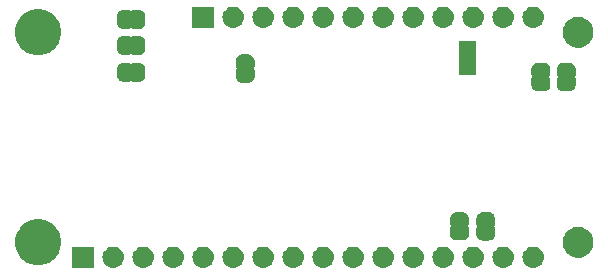
<source format=gbr>
G04 #@! TF.GenerationSoftware,KiCad,Pcbnew,(5.1.4)-1*
G04 #@! TF.CreationDate,2020-01-06T17:29:22-05:00*
G04 #@! TF.ProjectId,Feather-NEO-M9N-GPS,46656174-6865-4722-9d4e-454f2d4d394e,rev?*
G04 #@! TF.SameCoordinates,Original*
G04 #@! TF.FileFunction,Soldermask,Bot*
G04 #@! TF.FilePolarity,Negative*
%FSLAX46Y46*%
G04 Gerber Fmt 4.6, Leading zero omitted, Abs format (unit mm)*
G04 Created by KiCad (PCBNEW (5.1.4)-1) date 2020-01-06 17:29:22*
%MOMM*%
%LPD*%
G04 APERTURE LIST*
%ADD10C,0.100000*%
G04 APERTURE END LIST*
D10*
G36*
X167421560Y-78513940D02*
G01*
X167421560Y-79910940D01*
X167675560Y-79910940D01*
X167675560Y-78513940D01*
X167421560Y-78513940D01*
G37*
G36*
X173198743Y-95193719D02*
G01*
X173264927Y-95200237D01*
X173434766Y-95251757D01*
X173591291Y-95335422D01*
X173627029Y-95364752D01*
X173728486Y-95448014D01*
X173811748Y-95549471D01*
X173841078Y-95585209D01*
X173924743Y-95741734D01*
X173976263Y-95911573D01*
X173993659Y-96088200D01*
X173976263Y-96264827D01*
X173924743Y-96434666D01*
X173841078Y-96591191D01*
X173811748Y-96626929D01*
X173728486Y-96728386D01*
X173627029Y-96811648D01*
X173591291Y-96840978D01*
X173434766Y-96924643D01*
X173264927Y-96976163D01*
X173198743Y-96982681D01*
X173132560Y-96989200D01*
X173044040Y-96989200D01*
X172977857Y-96982681D01*
X172911673Y-96976163D01*
X172741834Y-96924643D01*
X172585309Y-96840978D01*
X172549571Y-96811648D01*
X172448114Y-96728386D01*
X172364852Y-96626929D01*
X172335522Y-96591191D01*
X172251857Y-96434666D01*
X172200337Y-96264827D01*
X172182941Y-96088200D01*
X172200337Y-95911573D01*
X172251857Y-95741734D01*
X172335522Y-95585209D01*
X172364852Y-95549471D01*
X172448114Y-95448014D01*
X172549571Y-95364752D01*
X172585309Y-95335422D01*
X172741834Y-95251757D01*
X172911673Y-95200237D01*
X172977857Y-95193719D01*
X173044040Y-95187200D01*
X173132560Y-95187200D01*
X173198743Y-95193719D01*
X173198743Y-95193719D01*
G37*
G36*
X152878743Y-95193719D02*
G01*
X152944927Y-95200237D01*
X153114766Y-95251757D01*
X153271291Y-95335422D01*
X153307029Y-95364752D01*
X153408486Y-95448014D01*
X153491748Y-95549471D01*
X153521078Y-95585209D01*
X153604743Y-95741734D01*
X153656263Y-95911573D01*
X153673659Y-96088200D01*
X153656263Y-96264827D01*
X153604743Y-96434666D01*
X153521078Y-96591191D01*
X153491748Y-96626929D01*
X153408486Y-96728386D01*
X153307029Y-96811648D01*
X153271291Y-96840978D01*
X153114766Y-96924643D01*
X152944927Y-96976163D01*
X152878743Y-96982681D01*
X152812560Y-96989200D01*
X152724040Y-96989200D01*
X152657857Y-96982681D01*
X152591673Y-96976163D01*
X152421834Y-96924643D01*
X152265309Y-96840978D01*
X152229571Y-96811648D01*
X152128114Y-96728386D01*
X152044852Y-96626929D01*
X152015522Y-96591191D01*
X151931857Y-96434666D01*
X151880337Y-96264827D01*
X151862941Y-96088200D01*
X151880337Y-95911573D01*
X151931857Y-95741734D01*
X152015522Y-95585209D01*
X152044852Y-95549471D01*
X152128114Y-95448014D01*
X152229571Y-95364752D01*
X152265309Y-95335422D01*
X152421834Y-95251757D01*
X152591673Y-95200237D01*
X152657857Y-95193719D01*
X152724040Y-95187200D01*
X152812560Y-95187200D01*
X152878743Y-95193719D01*
X152878743Y-95193719D01*
G37*
G36*
X135889300Y-96989200D02*
G01*
X134087300Y-96989200D01*
X134087300Y-95187200D01*
X135889300Y-95187200D01*
X135889300Y-96989200D01*
X135889300Y-96989200D01*
G37*
G36*
X137638743Y-95193719D02*
G01*
X137704927Y-95200237D01*
X137874766Y-95251757D01*
X138031291Y-95335422D01*
X138067029Y-95364752D01*
X138168486Y-95448014D01*
X138251748Y-95549471D01*
X138281078Y-95585209D01*
X138364743Y-95741734D01*
X138416263Y-95911573D01*
X138433659Y-96088200D01*
X138416263Y-96264827D01*
X138364743Y-96434666D01*
X138281078Y-96591191D01*
X138251748Y-96626929D01*
X138168486Y-96728386D01*
X138067029Y-96811648D01*
X138031291Y-96840978D01*
X137874766Y-96924643D01*
X137704927Y-96976163D01*
X137638743Y-96982681D01*
X137572560Y-96989200D01*
X137484040Y-96989200D01*
X137417857Y-96982681D01*
X137351673Y-96976163D01*
X137181834Y-96924643D01*
X137025309Y-96840978D01*
X136989571Y-96811648D01*
X136888114Y-96728386D01*
X136804852Y-96626929D01*
X136775522Y-96591191D01*
X136691857Y-96434666D01*
X136640337Y-96264827D01*
X136622941Y-96088200D01*
X136640337Y-95911573D01*
X136691857Y-95741734D01*
X136775522Y-95585209D01*
X136804852Y-95549471D01*
X136888114Y-95448014D01*
X136989571Y-95364752D01*
X137025309Y-95335422D01*
X137181834Y-95251757D01*
X137351673Y-95200237D01*
X137417857Y-95193719D01*
X137484040Y-95187200D01*
X137572560Y-95187200D01*
X137638743Y-95193719D01*
X137638743Y-95193719D01*
G37*
G36*
X140178743Y-95193719D02*
G01*
X140244927Y-95200237D01*
X140414766Y-95251757D01*
X140571291Y-95335422D01*
X140607029Y-95364752D01*
X140708486Y-95448014D01*
X140791748Y-95549471D01*
X140821078Y-95585209D01*
X140904743Y-95741734D01*
X140956263Y-95911573D01*
X140973659Y-96088200D01*
X140956263Y-96264827D01*
X140904743Y-96434666D01*
X140821078Y-96591191D01*
X140791748Y-96626929D01*
X140708486Y-96728386D01*
X140607029Y-96811648D01*
X140571291Y-96840978D01*
X140414766Y-96924643D01*
X140244927Y-96976163D01*
X140178743Y-96982681D01*
X140112560Y-96989200D01*
X140024040Y-96989200D01*
X139957857Y-96982681D01*
X139891673Y-96976163D01*
X139721834Y-96924643D01*
X139565309Y-96840978D01*
X139529571Y-96811648D01*
X139428114Y-96728386D01*
X139344852Y-96626929D01*
X139315522Y-96591191D01*
X139231857Y-96434666D01*
X139180337Y-96264827D01*
X139162941Y-96088200D01*
X139180337Y-95911573D01*
X139231857Y-95741734D01*
X139315522Y-95585209D01*
X139344852Y-95549471D01*
X139428114Y-95448014D01*
X139529571Y-95364752D01*
X139565309Y-95335422D01*
X139721834Y-95251757D01*
X139891673Y-95200237D01*
X139957857Y-95193719D01*
X140024040Y-95187200D01*
X140112560Y-95187200D01*
X140178743Y-95193719D01*
X140178743Y-95193719D01*
G37*
G36*
X142718743Y-95193719D02*
G01*
X142784927Y-95200237D01*
X142954766Y-95251757D01*
X143111291Y-95335422D01*
X143147029Y-95364752D01*
X143248486Y-95448014D01*
X143331748Y-95549471D01*
X143361078Y-95585209D01*
X143444743Y-95741734D01*
X143496263Y-95911573D01*
X143513659Y-96088200D01*
X143496263Y-96264827D01*
X143444743Y-96434666D01*
X143361078Y-96591191D01*
X143331748Y-96626929D01*
X143248486Y-96728386D01*
X143147029Y-96811648D01*
X143111291Y-96840978D01*
X142954766Y-96924643D01*
X142784927Y-96976163D01*
X142718743Y-96982681D01*
X142652560Y-96989200D01*
X142564040Y-96989200D01*
X142497857Y-96982681D01*
X142431673Y-96976163D01*
X142261834Y-96924643D01*
X142105309Y-96840978D01*
X142069571Y-96811648D01*
X141968114Y-96728386D01*
X141884852Y-96626929D01*
X141855522Y-96591191D01*
X141771857Y-96434666D01*
X141720337Y-96264827D01*
X141702941Y-96088200D01*
X141720337Y-95911573D01*
X141771857Y-95741734D01*
X141855522Y-95585209D01*
X141884852Y-95549471D01*
X141968114Y-95448014D01*
X142069571Y-95364752D01*
X142105309Y-95335422D01*
X142261834Y-95251757D01*
X142431673Y-95200237D01*
X142497857Y-95193719D01*
X142564040Y-95187200D01*
X142652560Y-95187200D01*
X142718743Y-95193719D01*
X142718743Y-95193719D01*
G37*
G36*
X145258743Y-95193719D02*
G01*
X145324927Y-95200237D01*
X145494766Y-95251757D01*
X145651291Y-95335422D01*
X145687029Y-95364752D01*
X145788486Y-95448014D01*
X145871748Y-95549471D01*
X145901078Y-95585209D01*
X145984743Y-95741734D01*
X146036263Y-95911573D01*
X146053659Y-96088200D01*
X146036263Y-96264827D01*
X145984743Y-96434666D01*
X145901078Y-96591191D01*
X145871748Y-96626929D01*
X145788486Y-96728386D01*
X145687029Y-96811648D01*
X145651291Y-96840978D01*
X145494766Y-96924643D01*
X145324927Y-96976163D01*
X145258743Y-96982681D01*
X145192560Y-96989200D01*
X145104040Y-96989200D01*
X145037857Y-96982681D01*
X144971673Y-96976163D01*
X144801834Y-96924643D01*
X144645309Y-96840978D01*
X144609571Y-96811648D01*
X144508114Y-96728386D01*
X144424852Y-96626929D01*
X144395522Y-96591191D01*
X144311857Y-96434666D01*
X144260337Y-96264827D01*
X144242941Y-96088200D01*
X144260337Y-95911573D01*
X144311857Y-95741734D01*
X144395522Y-95585209D01*
X144424852Y-95549471D01*
X144508114Y-95448014D01*
X144609571Y-95364752D01*
X144645309Y-95335422D01*
X144801834Y-95251757D01*
X144971673Y-95200237D01*
X145037857Y-95193719D01*
X145104040Y-95187200D01*
X145192560Y-95187200D01*
X145258743Y-95193719D01*
X145258743Y-95193719D01*
G37*
G36*
X147798743Y-95193719D02*
G01*
X147864927Y-95200237D01*
X148034766Y-95251757D01*
X148191291Y-95335422D01*
X148227029Y-95364752D01*
X148328486Y-95448014D01*
X148411748Y-95549471D01*
X148441078Y-95585209D01*
X148524743Y-95741734D01*
X148576263Y-95911573D01*
X148593659Y-96088200D01*
X148576263Y-96264827D01*
X148524743Y-96434666D01*
X148441078Y-96591191D01*
X148411748Y-96626929D01*
X148328486Y-96728386D01*
X148227029Y-96811648D01*
X148191291Y-96840978D01*
X148034766Y-96924643D01*
X147864927Y-96976163D01*
X147798743Y-96982681D01*
X147732560Y-96989200D01*
X147644040Y-96989200D01*
X147577857Y-96982681D01*
X147511673Y-96976163D01*
X147341834Y-96924643D01*
X147185309Y-96840978D01*
X147149571Y-96811648D01*
X147048114Y-96728386D01*
X146964852Y-96626929D01*
X146935522Y-96591191D01*
X146851857Y-96434666D01*
X146800337Y-96264827D01*
X146782941Y-96088200D01*
X146800337Y-95911573D01*
X146851857Y-95741734D01*
X146935522Y-95585209D01*
X146964852Y-95549471D01*
X147048114Y-95448014D01*
X147149571Y-95364752D01*
X147185309Y-95335422D01*
X147341834Y-95251757D01*
X147511673Y-95200237D01*
X147577857Y-95193719D01*
X147644040Y-95187200D01*
X147732560Y-95187200D01*
X147798743Y-95193719D01*
X147798743Y-95193719D01*
G37*
G36*
X150338743Y-95193719D02*
G01*
X150404927Y-95200237D01*
X150574766Y-95251757D01*
X150731291Y-95335422D01*
X150767029Y-95364752D01*
X150868486Y-95448014D01*
X150951748Y-95549471D01*
X150981078Y-95585209D01*
X151064743Y-95741734D01*
X151116263Y-95911573D01*
X151133659Y-96088200D01*
X151116263Y-96264827D01*
X151064743Y-96434666D01*
X150981078Y-96591191D01*
X150951748Y-96626929D01*
X150868486Y-96728386D01*
X150767029Y-96811648D01*
X150731291Y-96840978D01*
X150574766Y-96924643D01*
X150404927Y-96976163D01*
X150338743Y-96982681D01*
X150272560Y-96989200D01*
X150184040Y-96989200D01*
X150117857Y-96982681D01*
X150051673Y-96976163D01*
X149881834Y-96924643D01*
X149725309Y-96840978D01*
X149689571Y-96811648D01*
X149588114Y-96728386D01*
X149504852Y-96626929D01*
X149475522Y-96591191D01*
X149391857Y-96434666D01*
X149340337Y-96264827D01*
X149322941Y-96088200D01*
X149340337Y-95911573D01*
X149391857Y-95741734D01*
X149475522Y-95585209D01*
X149504852Y-95549471D01*
X149588114Y-95448014D01*
X149689571Y-95364752D01*
X149725309Y-95335422D01*
X149881834Y-95251757D01*
X150051673Y-95200237D01*
X150117857Y-95193719D01*
X150184040Y-95187200D01*
X150272560Y-95187200D01*
X150338743Y-95193719D01*
X150338743Y-95193719D01*
G37*
G36*
X157958743Y-95193719D02*
G01*
X158024927Y-95200237D01*
X158194766Y-95251757D01*
X158351291Y-95335422D01*
X158387029Y-95364752D01*
X158488486Y-95448014D01*
X158571748Y-95549471D01*
X158601078Y-95585209D01*
X158684743Y-95741734D01*
X158736263Y-95911573D01*
X158753659Y-96088200D01*
X158736263Y-96264827D01*
X158684743Y-96434666D01*
X158601078Y-96591191D01*
X158571748Y-96626929D01*
X158488486Y-96728386D01*
X158387029Y-96811648D01*
X158351291Y-96840978D01*
X158194766Y-96924643D01*
X158024927Y-96976163D01*
X157958743Y-96982681D01*
X157892560Y-96989200D01*
X157804040Y-96989200D01*
X157737857Y-96982681D01*
X157671673Y-96976163D01*
X157501834Y-96924643D01*
X157345309Y-96840978D01*
X157309571Y-96811648D01*
X157208114Y-96728386D01*
X157124852Y-96626929D01*
X157095522Y-96591191D01*
X157011857Y-96434666D01*
X156960337Y-96264827D01*
X156942941Y-96088200D01*
X156960337Y-95911573D01*
X157011857Y-95741734D01*
X157095522Y-95585209D01*
X157124852Y-95549471D01*
X157208114Y-95448014D01*
X157309571Y-95364752D01*
X157345309Y-95335422D01*
X157501834Y-95251757D01*
X157671673Y-95200237D01*
X157737857Y-95193719D01*
X157804040Y-95187200D01*
X157892560Y-95187200D01*
X157958743Y-95193719D01*
X157958743Y-95193719D01*
G37*
G36*
X160498743Y-95193719D02*
G01*
X160564927Y-95200237D01*
X160734766Y-95251757D01*
X160891291Y-95335422D01*
X160927029Y-95364752D01*
X161028486Y-95448014D01*
X161111748Y-95549471D01*
X161141078Y-95585209D01*
X161224743Y-95741734D01*
X161276263Y-95911573D01*
X161293659Y-96088200D01*
X161276263Y-96264827D01*
X161224743Y-96434666D01*
X161141078Y-96591191D01*
X161111748Y-96626929D01*
X161028486Y-96728386D01*
X160927029Y-96811648D01*
X160891291Y-96840978D01*
X160734766Y-96924643D01*
X160564927Y-96976163D01*
X160498743Y-96982681D01*
X160432560Y-96989200D01*
X160344040Y-96989200D01*
X160277857Y-96982681D01*
X160211673Y-96976163D01*
X160041834Y-96924643D01*
X159885309Y-96840978D01*
X159849571Y-96811648D01*
X159748114Y-96728386D01*
X159664852Y-96626929D01*
X159635522Y-96591191D01*
X159551857Y-96434666D01*
X159500337Y-96264827D01*
X159482941Y-96088200D01*
X159500337Y-95911573D01*
X159551857Y-95741734D01*
X159635522Y-95585209D01*
X159664852Y-95549471D01*
X159748114Y-95448014D01*
X159849571Y-95364752D01*
X159885309Y-95335422D01*
X160041834Y-95251757D01*
X160211673Y-95200237D01*
X160277857Y-95193719D01*
X160344040Y-95187200D01*
X160432560Y-95187200D01*
X160498743Y-95193719D01*
X160498743Y-95193719D01*
G37*
G36*
X163038743Y-95193719D02*
G01*
X163104927Y-95200237D01*
X163274766Y-95251757D01*
X163431291Y-95335422D01*
X163467029Y-95364752D01*
X163568486Y-95448014D01*
X163651748Y-95549471D01*
X163681078Y-95585209D01*
X163764743Y-95741734D01*
X163816263Y-95911573D01*
X163833659Y-96088200D01*
X163816263Y-96264827D01*
X163764743Y-96434666D01*
X163681078Y-96591191D01*
X163651748Y-96626929D01*
X163568486Y-96728386D01*
X163467029Y-96811648D01*
X163431291Y-96840978D01*
X163274766Y-96924643D01*
X163104927Y-96976163D01*
X163038743Y-96982681D01*
X162972560Y-96989200D01*
X162884040Y-96989200D01*
X162817857Y-96982681D01*
X162751673Y-96976163D01*
X162581834Y-96924643D01*
X162425309Y-96840978D01*
X162389571Y-96811648D01*
X162288114Y-96728386D01*
X162204852Y-96626929D01*
X162175522Y-96591191D01*
X162091857Y-96434666D01*
X162040337Y-96264827D01*
X162022941Y-96088200D01*
X162040337Y-95911573D01*
X162091857Y-95741734D01*
X162175522Y-95585209D01*
X162204852Y-95549471D01*
X162288114Y-95448014D01*
X162389571Y-95364752D01*
X162425309Y-95335422D01*
X162581834Y-95251757D01*
X162751673Y-95200237D01*
X162817857Y-95193719D01*
X162884040Y-95187200D01*
X162972560Y-95187200D01*
X163038743Y-95193719D01*
X163038743Y-95193719D01*
G37*
G36*
X165578743Y-95193719D02*
G01*
X165644927Y-95200237D01*
X165814766Y-95251757D01*
X165971291Y-95335422D01*
X166007029Y-95364752D01*
X166108486Y-95448014D01*
X166191748Y-95549471D01*
X166221078Y-95585209D01*
X166304743Y-95741734D01*
X166356263Y-95911573D01*
X166373659Y-96088200D01*
X166356263Y-96264827D01*
X166304743Y-96434666D01*
X166221078Y-96591191D01*
X166191748Y-96626929D01*
X166108486Y-96728386D01*
X166007029Y-96811648D01*
X165971291Y-96840978D01*
X165814766Y-96924643D01*
X165644927Y-96976163D01*
X165578743Y-96982681D01*
X165512560Y-96989200D01*
X165424040Y-96989200D01*
X165357857Y-96982681D01*
X165291673Y-96976163D01*
X165121834Y-96924643D01*
X164965309Y-96840978D01*
X164929571Y-96811648D01*
X164828114Y-96728386D01*
X164744852Y-96626929D01*
X164715522Y-96591191D01*
X164631857Y-96434666D01*
X164580337Y-96264827D01*
X164562941Y-96088200D01*
X164580337Y-95911573D01*
X164631857Y-95741734D01*
X164715522Y-95585209D01*
X164744852Y-95549471D01*
X164828114Y-95448014D01*
X164929571Y-95364752D01*
X164965309Y-95335422D01*
X165121834Y-95251757D01*
X165291673Y-95200237D01*
X165357857Y-95193719D01*
X165424040Y-95187200D01*
X165512560Y-95187200D01*
X165578743Y-95193719D01*
X165578743Y-95193719D01*
G37*
G36*
X168118743Y-95193719D02*
G01*
X168184927Y-95200237D01*
X168354766Y-95251757D01*
X168511291Y-95335422D01*
X168547029Y-95364752D01*
X168648486Y-95448014D01*
X168731748Y-95549471D01*
X168761078Y-95585209D01*
X168844743Y-95741734D01*
X168896263Y-95911573D01*
X168913659Y-96088200D01*
X168896263Y-96264827D01*
X168844743Y-96434666D01*
X168761078Y-96591191D01*
X168731748Y-96626929D01*
X168648486Y-96728386D01*
X168547029Y-96811648D01*
X168511291Y-96840978D01*
X168354766Y-96924643D01*
X168184927Y-96976163D01*
X168118743Y-96982681D01*
X168052560Y-96989200D01*
X167964040Y-96989200D01*
X167897857Y-96982681D01*
X167831673Y-96976163D01*
X167661834Y-96924643D01*
X167505309Y-96840978D01*
X167469571Y-96811648D01*
X167368114Y-96728386D01*
X167284852Y-96626929D01*
X167255522Y-96591191D01*
X167171857Y-96434666D01*
X167120337Y-96264827D01*
X167102941Y-96088200D01*
X167120337Y-95911573D01*
X167171857Y-95741734D01*
X167255522Y-95585209D01*
X167284852Y-95549471D01*
X167368114Y-95448014D01*
X167469571Y-95364752D01*
X167505309Y-95335422D01*
X167661834Y-95251757D01*
X167831673Y-95200237D01*
X167897857Y-95193719D01*
X167964040Y-95187200D01*
X168052560Y-95187200D01*
X168118743Y-95193719D01*
X168118743Y-95193719D01*
G37*
G36*
X170658743Y-95193719D02*
G01*
X170724927Y-95200237D01*
X170894766Y-95251757D01*
X171051291Y-95335422D01*
X171087029Y-95364752D01*
X171188486Y-95448014D01*
X171271748Y-95549471D01*
X171301078Y-95585209D01*
X171384743Y-95741734D01*
X171436263Y-95911573D01*
X171453659Y-96088200D01*
X171436263Y-96264827D01*
X171384743Y-96434666D01*
X171301078Y-96591191D01*
X171271748Y-96626929D01*
X171188486Y-96728386D01*
X171087029Y-96811648D01*
X171051291Y-96840978D01*
X170894766Y-96924643D01*
X170724927Y-96976163D01*
X170658743Y-96982681D01*
X170592560Y-96989200D01*
X170504040Y-96989200D01*
X170437857Y-96982681D01*
X170371673Y-96976163D01*
X170201834Y-96924643D01*
X170045309Y-96840978D01*
X170009571Y-96811648D01*
X169908114Y-96728386D01*
X169824852Y-96626929D01*
X169795522Y-96591191D01*
X169711857Y-96434666D01*
X169660337Y-96264827D01*
X169642941Y-96088200D01*
X169660337Y-95911573D01*
X169711857Y-95741734D01*
X169795522Y-95585209D01*
X169824852Y-95549471D01*
X169908114Y-95448014D01*
X170009571Y-95364752D01*
X170045309Y-95335422D01*
X170201834Y-95251757D01*
X170371673Y-95200237D01*
X170437857Y-95193719D01*
X170504040Y-95187200D01*
X170592560Y-95187200D01*
X170658743Y-95193719D01*
X170658743Y-95193719D01*
G37*
G36*
X155418743Y-95193719D02*
G01*
X155484927Y-95200237D01*
X155654766Y-95251757D01*
X155811291Y-95335422D01*
X155847029Y-95364752D01*
X155948486Y-95448014D01*
X156031748Y-95549471D01*
X156061078Y-95585209D01*
X156144743Y-95741734D01*
X156196263Y-95911573D01*
X156213659Y-96088200D01*
X156196263Y-96264827D01*
X156144743Y-96434666D01*
X156061078Y-96591191D01*
X156031748Y-96626929D01*
X155948486Y-96728386D01*
X155847029Y-96811648D01*
X155811291Y-96840978D01*
X155654766Y-96924643D01*
X155484927Y-96976163D01*
X155418743Y-96982681D01*
X155352560Y-96989200D01*
X155264040Y-96989200D01*
X155197857Y-96982681D01*
X155131673Y-96976163D01*
X154961834Y-96924643D01*
X154805309Y-96840978D01*
X154769571Y-96811648D01*
X154668114Y-96728386D01*
X154584852Y-96626929D01*
X154555522Y-96591191D01*
X154471857Y-96434666D01*
X154420337Y-96264827D01*
X154402941Y-96088200D01*
X154420337Y-95911573D01*
X154471857Y-95741734D01*
X154555522Y-95585209D01*
X154584852Y-95549471D01*
X154668114Y-95448014D01*
X154769571Y-95364752D01*
X154805309Y-95335422D01*
X154961834Y-95251757D01*
X155131673Y-95200237D01*
X155197857Y-95193719D01*
X155264040Y-95187200D01*
X155352560Y-95187200D01*
X155418743Y-95193719D01*
X155418743Y-95193719D01*
G37*
G36*
X131747385Y-92942175D02*
G01*
X132102443Y-93089245D01*
X132102445Y-93089246D01*
X132421990Y-93302759D01*
X132693741Y-93574510D01*
X132754384Y-93665269D01*
X132907255Y-93894057D01*
X133054325Y-94249115D01*
X133129300Y-94626042D01*
X133129300Y-95010358D01*
X133054325Y-95387285D01*
X132972342Y-95585209D01*
X132907254Y-95742345D01*
X132693741Y-96061890D01*
X132421990Y-96333641D01*
X132102445Y-96547154D01*
X132102444Y-96547155D01*
X132102443Y-96547155D01*
X131747385Y-96694225D01*
X131370458Y-96769200D01*
X130986142Y-96769200D01*
X130609215Y-96694225D01*
X130254157Y-96547155D01*
X130254156Y-96547155D01*
X130254155Y-96547154D01*
X129934610Y-96333641D01*
X129662859Y-96061890D01*
X129449346Y-95742345D01*
X129384258Y-95585209D01*
X129302275Y-95387285D01*
X129227300Y-95010358D01*
X129227300Y-94626042D01*
X129302275Y-94249115D01*
X129449345Y-93894057D01*
X129602216Y-93665269D01*
X129662859Y-93574510D01*
X129934610Y-93302759D01*
X130254155Y-93089246D01*
X130254157Y-93089245D01*
X130609215Y-92942175D01*
X130986142Y-92867200D01*
X131370458Y-92867200D01*
X131747385Y-92942175D01*
X131747385Y-92942175D01*
G37*
G36*
X177277787Y-93567196D02*
G01*
X177514553Y-93665268D01*
X177514555Y-93665269D01*
X177727639Y-93807647D01*
X177908853Y-93988861D01*
X178041345Y-94187149D01*
X178051232Y-94201947D01*
X178149304Y-94438713D01*
X178199300Y-94690061D01*
X178199300Y-94946339D01*
X178149304Y-95197687D01*
X178070769Y-95387286D01*
X178051231Y-95434455D01*
X177908853Y-95647539D01*
X177727639Y-95828753D01*
X177514555Y-95971131D01*
X177514554Y-95971132D01*
X177514553Y-95971132D01*
X177277787Y-96069204D01*
X177026439Y-96119200D01*
X176770161Y-96119200D01*
X176518813Y-96069204D01*
X176282047Y-95971132D01*
X176282046Y-95971132D01*
X176282045Y-95971131D01*
X176068961Y-95828753D01*
X175887747Y-95647539D01*
X175745369Y-95434455D01*
X175725831Y-95387286D01*
X175647296Y-95197687D01*
X175597300Y-94946339D01*
X175597300Y-94690061D01*
X175647296Y-94438713D01*
X175745368Y-94201947D01*
X175755256Y-94187149D01*
X175887747Y-93988861D01*
X176068961Y-93807647D01*
X176282045Y-93665269D01*
X176282047Y-93665268D01*
X176518813Y-93567196D01*
X176770161Y-93517200D01*
X177026439Y-93517200D01*
X177277787Y-93567196D01*
X177277787Y-93567196D01*
G37*
G36*
X169337299Y-92277034D02*
G01*
X169349550Y-92277636D01*
X169367969Y-92277636D01*
X169390249Y-92279830D01*
X169474333Y-92296556D01*
X169495760Y-92303056D01*
X169574958Y-92335860D01*
X169580403Y-92338771D01*
X169580409Y-92338773D01*
X169589269Y-92343509D01*
X169589273Y-92343512D01*
X169594714Y-92346420D01*
X169665999Y-92394051D01*
X169683304Y-92408252D01*
X169743928Y-92468876D01*
X169758129Y-92486181D01*
X169805760Y-92557466D01*
X169808668Y-92562907D01*
X169808671Y-92562911D01*
X169813407Y-92571771D01*
X169813409Y-92571777D01*
X169816320Y-92577222D01*
X169849124Y-92656420D01*
X169855624Y-92677847D01*
X169872350Y-92761931D01*
X169874544Y-92784211D01*
X169874544Y-92802630D01*
X169875146Y-92814881D01*
X169876952Y-92833219D01*
X169876952Y-93320940D01*
X169875363Y-93337079D01*
X169872448Y-93346688D01*
X169867710Y-93355552D01*
X169861337Y-93363317D01*
X169848894Y-93373528D01*
X169838525Y-93380458D01*
X169821198Y-93397785D01*
X169807585Y-93418160D01*
X169798209Y-93440800D01*
X169793429Y-93464833D01*
X169793430Y-93489337D01*
X169798212Y-93513370D01*
X169807590Y-93536009D01*
X169821205Y-93556382D01*
X169838532Y-93573709D01*
X169848902Y-93580638D01*
X169861337Y-93590843D01*
X169867710Y-93598608D01*
X169872448Y-93607472D01*
X169875363Y-93617081D01*
X169876952Y-93633220D01*
X169876952Y-94120942D01*
X169875146Y-94139279D01*
X169874544Y-94151530D01*
X169874544Y-94169949D01*
X169872350Y-94192229D01*
X169855624Y-94276313D01*
X169849124Y-94297740D01*
X169816320Y-94376938D01*
X169813409Y-94382383D01*
X169813407Y-94382389D01*
X169808671Y-94391249D01*
X169808668Y-94391253D01*
X169805760Y-94396694D01*
X169758129Y-94467979D01*
X169743928Y-94485284D01*
X169683304Y-94545908D01*
X169665999Y-94560109D01*
X169594714Y-94607740D01*
X169589273Y-94610648D01*
X169589269Y-94610651D01*
X169580409Y-94615387D01*
X169580403Y-94615389D01*
X169574958Y-94618300D01*
X169495760Y-94651104D01*
X169474333Y-94657604D01*
X169390249Y-94674330D01*
X169367969Y-94676524D01*
X169349550Y-94676524D01*
X169337299Y-94677126D01*
X169318962Y-94678932D01*
X168831238Y-94678932D01*
X168812901Y-94677126D01*
X168800650Y-94676524D01*
X168782231Y-94676524D01*
X168759951Y-94674330D01*
X168675867Y-94657604D01*
X168654440Y-94651104D01*
X168575242Y-94618300D01*
X168569797Y-94615389D01*
X168569791Y-94615387D01*
X168560931Y-94610651D01*
X168560927Y-94610648D01*
X168555486Y-94607740D01*
X168484201Y-94560109D01*
X168466896Y-94545908D01*
X168406272Y-94485284D01*
X168392071Y-94467979D01*
X168344440Y-94396694D01*
X168341532Y-94391253D01*
X168341529Y-94391249D01*
X168336793Y-94382389D01*
X168336791Y-94382383D01*
X168333880Y-94376938D01*
X168301076Y-94297740D01*
X168294576Y-94276313D01*
X168277850Y-94192229D01*
X168275656Y-94169949D01*
X168275656Y-94151530D01*
X168275054Y-94139279D01*
X168273248Y-94120942D01*
X168273248Y-93633220D01*
X168274837Y-93617081D01*
X168277752Y-93607472D01*
X168282490Y-93598608D01*
X168288863Y-93590843D01*
X168301306Y-93580632D01*
X168311675Y-93573702D01*
X168329002Y-93556375D01*
X168342615Y-93536000D01*
X168351991Y-93513360D01*
X168356771Y-93489327D01*
X168356770Y-93464823D01*
X168351988Y-93440790D01*
X168342610Y-93418151D01*
X168328995Y-93397778D01*
X168311668Y-93380451D01*
X168301298Y-93373522D01*
X168288863Y-93363317D01*
X168282490Y-93355552D01*
X168277752Y-93346688D01*
X168274837Y-93337079D01*
X168273248Y-93320940D01*
X168273248Y-92833219D01*
X168275054Y-92814881D01*
X168275656Y-92802630D01*
X168275656Y-92784211D01*
X168277850Y-92761931D01*
X168294576Y-92677847D01*
X168301076Y-92656420D01*
X168333880Y-92577222D01*
X168336791Y-92571777D01*
X168336793Y-92571771D01*
X168341529Y-92562911D01*
X168341532Y-92562907D01*
X168344440Y-92557466D01*
X168392071Y-92486181D01*
X168406272Y-92468876D01*
X168466896Y-92408252D01*
X168484201Y-92394051D01*
X168555486Y-92346420D01*
X168560927Y-92343512D01*
X168560931Y-92343509D01*
X168569791Y-92338773D01*
X168569797Y-92338771D01*
X168575242Y-92335860D01*
X168654440Y-92303056D01*
X168675867Y-92296556D01*
X168759951Y-92279830D01*
X168782231Y-92277636D01*
X168800650Y-92277636D01*
X168812901Y-92277034D01*
X168831239Y-92275228D01*
X169318961Y-92275228D01*
X169337299Y-92277034D01*
X169337299Y-92277034D01*
G37*
G36*
X167117339Y-92271954D02*
G01*
X167129590Y-92272556D01*
X167148009Y-92272556D01*
X167170289Y-92274750D01*
X167254373Y-92291476D01*
X167275800Y-92297976D01*
X167354998Y-92330780D01*
X167360443Y-92333691D01*
X167360449Y-92333693D01*
X167369309Y-92338429D01*
X167369313Y-92338432D01*
X167374754Y-92341340D01*
X167446039Y-92388971D01*
X167463344Y-92403172D01*
X167523968Y-92463796D01*
X167538169Y-92481101D01*
X167585800Y-92552386D01*
X167588708Y-92557827D01*
X167588711Y-92557831D01*
X167593447Y-92566691D01*
X167593449Y-92566697D01*
X167596360Y-92572142D01*
X167629164Y-92651340D01*
X167635664Y-92672767D01*
X167652390Y-92756851D01*
X167654584Y-92779131D01*
X167654584Y-92797550D01*
X167655186Y-92809801D01*
X167656992Y-92828139D01*
X167656992Y-93315860D01*
X167655403Y-93331999D01*
X167652488Y-93341608D01*
X167647750Y-93350472D01*
X167641377Y-93358237D01*
X167628934Y-93368448D01*
X167618565Y-93375378D01*
X167601238Y-93392705D01*
X167587625Y-93413080D01*
X167578249Y-93435720D01*
X167573469Y-93459753D01*
X167573470Y-93484257D01*
X167578252Y-93508290D01*
X167587630Y-93530929D01*
X167601245Y-93551302D01*
X167618572Y-93568629D01*
X167628942Y-93575558D01*
X167641377Y-93585763D01*
X167647750Y-93593528D01*
X167652488Y-93602392D01*
X167655403Y-93612001D01*
X167656992Y-93628140D01*
X167656992Y-94115862D01*
X167655186Y-94134199D01*
X167654584Y-94146450D01*
X167654584Y-94164869D01*
X167652390Y-94187149D01*
X167635664Y-94271233D01*
X167629164Y-94292660D01*
X167596360Y-94371858D01*
X167593449Y-94377303D01*
X167593447Y-94377309D01*
X167588711Y-94386169D01*
X167588708Y-94386173D01*
X167585800Y-94391614D01*
X167538169Y-94462899D01*
X167523968Y-94480204D01*
X167463344Y-94540828D01*
X167446039Y-94555029D01*
X167374754Y-94602660D01*
X167369313Y-94605568D01*
X167369309Y-94605571D01*
X167360449Y-94610307D01*
X167360443Y-94610309D01*
X167354998Y-94613220D01*
X167275800Y-94646024D01*
X167254373Y-94652524D01*
X167170289Y-94669250D01*
X167148009Y-94671444D01*
X167129590Y-94671444D01*
X167117339Y-94672046D01*
X167099002Y-94673852D01*
X166611278Y-94673852D01*
X166592941Y-94672046D01*
X166580690Y-94671444D01*
X166562271Y-94671444D01*
X166539991Y-94669250D01*
X166455907Y-94652524D01*
X166434480Y-94646024D01*
X166355282Y-94613220D01*
X166349837Y-94610309D01*
X166349831Y-94610307D01*
X166340971Y-94605571D01*
X166340967Y-94605568D01*
X166335526Y-94602660D01*
X166264241Y-94555029D01*
X166246936Y-94540828D01*
X166186312Y-94480204D01*
X166172111Y-94462899D01*
X166124480Y-94391614D01*
X166121572Y-94386173D01*
X166121569Y-94386169D01*
X166116833Y-94377309D01*
X166116831Y-94377303D01*
X166113920Y-94371858D01*
X166081116Y-94292660D01*
X166074616Y-94271233D01*
X166057890Y-94187149D01*
X166055696Y-94164869D01*
X166055696Y-94146450D01*
X166055094Y-94134199D01*
X166053288Y-94115862D01*
X166053288Y-93628140D01*
X166054877Y-93612001D01*
X166057792Y-93602392D01*
X166062530Y-93593528D01*
X166068903Y-93585763D01*
X166081346Y-93575552D01*
X166091715Y-93568622D01*
X166109042Y-93551295D01*
X166122655Y-93530920D01*
X166132031Y-93508280D01*
X166136811Y-93484247D01*
X166136810Y-93459743D01*
X166132028Y-93435710D01*
X166122650Y-93413071D01*
X166109035Y-93392698D01*
X166091708Y-93375371D01*
X166081338Y-93368442D01*
X166068903Y-93358237D01*
X166062530Y-93350472D01*
X166057792Y-93341608D01*
X166054877Y-93331999D01*
X166053288Y-93315860D01*
X166053288Y-92828139D01*
X166055094Y-92809801D01*
X166055696Y-92797550D01*
X166055696Y-92779131D01*
X166057890Y-92756851D01*
X166074616Y-92672767D01*
X166081116Y-92651340D01*
X166113920Y-92572142D01*
X166116831Y-92566697D01*
X166116833Y-92566691D01*
X166121569Y-92557831D01*
X166121572Y-92557827D01*
X166124480Y-92552386D01*
X166172111Y-92481101D01*
X166186312Y-92463796D01*
X166246936Y-92403172D01*
X166264241Y-92388971D01*
X166335526Y-92341340D01*
X166340967Y-92338432D01*
X166340971Y-92338429D01*
X166349831Y-92333693D01*
X166349837Y-92333691D01*
X166355282Y-92330780D01*
X166434480Y-92297976D01*
X166455907Y-92291476D01*
X166539991Y-92274750D01*
X166562271Y-92272556D01*
X166580690Y-92272556D01*
X166592941Y-92271954D01*
X166611279Y-92270148D01*
X167099001Y-92270148D01*
X167117339Y-92271954D01*
X167117339Y-92271954D01*
G37*
G36*
X176157199Y-79622754D02*
G01*
X176169450Y-79623356D01*
X176187869Y-79623356D01*
X176210149Y-79625550D01*
X176294233Y-79642276D01*
X176315660Y-79648776D01*
X176394858Y-79681580D01*
X176400303Y-79684491D01*
X176400309Y-79684493D01*
X176409169Y-79689229D01*
X176409173Y-79689232D01*
X176414614Y-79692140D01*
X176485899Y-79739771D01*
X176503204Y-79753972D01*
X176563828Y-79814596D01*
X176578029Y-79831901D01*
X176625660Y-79903186D01*
X176628568Y-79908627D01*
X176628571Y-79908631D01*
X176633307Y-79917491D01*
X176633309Y-79917497D01*
X176636220Y-79922942D01*
X176669024Y-80002140D01*
X176675524Y-80023567D01*
X176692250Y-80107651D01*
X176694444Y-80129931D01*
X176694444Y-80148350D01*
X176695046Y-80160601D01*
X176696852Y-80178939D01*
X176696852Y-80666660D01*
X176695263Y-80682799D01*
X176692348Y-80692408D01*
X176687610Y-80701272D01*
X176681237Y-80709037D01*
X176668794Y-80719248D01*
X176658425Y-80726178D01*
X176641098Y-80743505D01*
X176627485Y-80763880D01*
X176618109Y-80786520D01*
X176613329Y-80810553D01*
X176613330Y-80835057D01*
X176618112Y-80859090D01*
X176627490Y-80881729D01*
X176641105Y-80902102D01*
X176658432Y-80919429D01*
X176668802Y-80926358D01*
X176681237Y-80936563D01*
X176687610Y-80944328D01*
X176692348Y-80953192D01*
X176695263Y-80962801D01*
X176696852Y-80978940D01*
X176696852Y-81466662D01*
X176695046Y-81484999D01*
X176694444Y-81497250D01*
X176694444Y-81515669D01*
X176692250Y-81537949D01*
X176675524Y-81622033D01*
X176669024Y-81643460D01*
X176636220Y-81722658D01*
X176633309Y-81728103D01*
X176633307Y-81728109D01*
X176628571Y-81736969D01*
X176628568Y-81736973D01*
X176625660Y-81742414D01*
X176578029Y-81813699D01*
X176563828Y-81831004D01*
X176503204Y-81891628D01*
X176485899Y-81905829D01*
X176414614Y-81953460D01*
X176409173Y-81956368D01*
X176409169Y-81956371D01*
X176400309Y-81961107D01*
X176400303Y-81961109D01*
X176394858Y-81964020D01*
X176315660Y-81996824D01*
X176294233Y-82003324D01*
X176210149Y-82020050D01*
X176187869Y-82022244D01*
X176169450Y-82022244D01*
X176157199Y-82022846D01*
X176138862Y-82024652D01*
X175651138Y-82024652D01*
X175632801Y-82022846D01*
X175620550Y-82022244D01*
X175602131Y-82022244D01*
X175579851Y-82020050D01*
X175495767Y-82003324D01*
X175474340Y-81996824D01*
X175395142Y-81964020D01*
X175389697Y-81961109D01*
X175389691Y-81961107D01*
X175380831Y-81956371D01*
X175380827Y-81956368D01*
X175375386Y-81953460D01*
X175304101Y-81905829D01*
X175286796Y-81891628D01*
X175226172Y-81831004D01*
X175211971Y-81813699D01*
X175164340Y-81742414D01*
X175161432Y-81736973D01*
X175161429Y-81736969D01*
X175156693Y-81728109D01*
X175156691Y-81728103D01*
X175153780Y-81722658D01*
X175120976Y-81643460D01*
X175114476Y-81622033D01*
X175097750Y-81537949D01*
X175095556Y-81515669D01*
X175095556Y-81497250D01*
X175094954Y-81484999D01*
X175093148Y-81466662D01*
X175093148Y-80978940D01*
X175094737Y-80962801D01*
X175097652Y-80953192D01*
X175102390Y-80944328D01*
X175108763Y-80936563D01*
X175121206Y-80926352D01*
X175131575Y-80919422D01*
X175148902Y-80902095D01*
X175162515Y-80881720D01*
X175171891Y-80859080D01*
X175176671Y-80835047D01*
X175176670Y-80810543D01*
X175171888Y-80786510D01*
X175162510Y-80763871D01*
X175148895Y-80743498D01*
X175131568Y-80726171D01*
X175121198Y-80719242D01*
X175108763Y-80709037D01*
X175102390Y-80701272D01*
X175097652Y-80692408D01*
X175094737Y-80682799D01*
X175093148Y-80666660D01*
X175093148Y-80178939D01*
X175094954Y-80160601D01*
X175095556Y-80148350D01*
X175095556Y-80129931D01*
X175097750Y-80107651D01*
X175114476Y-80023567D01*
X175120976Y-80002140D01*
X175153780Y-79922942D01*
X175156691Y-79917497D01*
X175156693Y-79917491D01*
X175161429Y-79908631D01*
X175161432Y-79908627D01*
X175164340Y-79903186D01*
X175211971Y-79831901D01*
X175226172Y-79814596D01*
X175286796Y-79753972D01*
X175304101Y-79739771D01*
X175375386Y-79692140D01*
X175380827Y-79689232D01*
X175380831Y-79689229D01*
X175389691Y-79684493D01*
X175389697Y-79684491D01*
X175395142Y-79681580D01*
X175474340Y-79648776D01*
X175495767Y-79642276D01*
X175579851Y-79625550D01*
X175602131Y-79623356D01*
X175620550Y-79623356D01*
X175632801Y-79622754D01*
X175651139Y-79620948D01*
X176138861Y-79620948D01*
X176157199Y-79622754D01*
X176157199Y-79622754D01*
G37*
G36*
X174008359Y-79622754D02*
G01*
X174020610Y-79623356D01*
X174039029Y-79623356D01*
X174061309Y-79625550D01*
X174145393Y-79642276D01*
X174166820Y-79648776D01*
X174246018Y-79681580D01*
X174251463Y-79684491D01*
X174251469Y-79684493D01*
X174260329Y-79689229D01*
X174260333Y-79689232D01*
X174265774Y-79692140D01*
X174337059Y-79739771D01*
X174354364Y-79753972D01*
X174414988Y-79814596D01*
X174429189Y-79831901D01*
X174476820Y-79903186D01*
X174479728Y-79908627D01*
X174479731Y-79908631D01*
X174484467Y-79917491D01*
X174484469Y-79917497D01*
X174487380Y-79922942D01*
X174520184Y-80002140D01*
X174526684Y-80023567D01*
X174543410Y-80107651D01*
X174545604Y-80129931D01*
X174545604Y-80148350D01*
X174546206Y-80160601D01*
X174548012Y-80178939D01*
X174548012Y-80666660D01*
X174546423Y-80682799D01*
X174543508Y-80692408D01*
X174538770Y-80701272D01*
X174532397Y-80709037D01*
X174519954Y-80719248D01*
X174509585Y-80726178D01*
X174492258Y-80743505D01*
X174478645Y-80763880D01*
X174469269Y-80786520D01*
X174464489Y-80810553D01*
X174464490Y-80835057D01*
X174469272Y-80859090D01*
X174478650Y-80881729D01*
X174492265Y-80902102D01*
X174509592Y-80919429D01*
X174519962Y-80926358D01*
X174532397Y-80936563D01*
X174538770Y-80944328D01*
X174543508Y-80953192D01*
X174546423Y-80962801D01*
X174548012Y-80978940D01*
X174548012Y-81466662D01*
X174546206Y-81484999D01*
X174545604Y-81497250D01*
X174545604Y-81515669D01*
X174543410Y-81537949D01*
X174526684Y-81622033D01*
X174520184Y-81643460D01*
X174487380Y-81722658D01*
X174484469Y-81728103D01*
X174484467Y-81728109D01*
X174479731Y-81736969D01*
X174479728Y-81736973D01*
X174476820Y-81742414D01*
X174429189Y-81813699D01*
X174414988Y-81831004D01*
X174354364Y-81891628D01*
X174337059Y-81905829D01*
X174265774Y-81953460D01*
X174260333Y-81956368D01*
X174260329Y-81956371D01*
X174251469Y-81961107D01*
X174251463Y-81961109D01*
X174246018Y-81964020D01*
X174166820Y-81996824D01*
X174145393Y-82003324D01*
X174061309Y-82020050D01*
X174039029Y-82022244D01*
X174020610Y-82022244D01*
X174008359Y-82022846D01*
X173990022Y-82024652D01*
X173502298Y-82024652D01*
X173483961Y-82022846D01*
X173471710Y-82022244D01*
X173453291Y-82022244D01*
X173431011Y-82020050D01*
X173346927Y-82003324D01*
X173325500Y-81996824D01*
X173246302Y-81964020D01*
X173240857Y-81961109D01*
X173240851Y-81961107D01*
X173231991Y-81956371D01*
X173231987Y-81956368D01*
X173226546Y-81953460D01*
X173155261Y-81905829D01*
X173137956Y-81891628D01*
X173077332Y-81831004D01*
X173063131Y-81813699D01*
X173015500Y-81742414D01*
X173012592Y-81736973D01*
X173012589Y-81736969D01*
X173007853Y-81728109D01*
X173007851Y-81728103D01*
X173004940Y-81722658D01*
X172972136Y-81643460D01*
X172965636Y-81622033D01*
X172948910Y-81537949D01*
X172946716Y-81515669D01*
X172946716Y-81497250D01*
X172946114Y-81484999D01*
X172944308Y-81466662D01*
X172944308Y-80978940D01*
X172945897Y-80962801D01*
X172948812Y-80953192D01*
X172953550Y-80944328D01*
X172959923Y-80936563D01*
X172972366Y-80926352D01*
X172982735Y-80919422D01*
X173000062Y-80902095D01*
X173013675Y-80881720D01*
X173023051Y-80859080D01*
X173027831Y-80835047D01*
X173027830Y-80810543D01*
X173023048Y-80786510D01*
X173013670Y-80763871D01*
X173000055Y-80743498D01*
X172982728Y-80726171D01*
X172972358Y-80719242D01*
X172959923Y-80709037D01*
X172953550Y-80701272D01*
X172948812Y-80692408D01*
X172945897Y-80682799D01*
X172944308Y-80666660D01*
X172944308Y-80178939D01*
X172946114Y-80160601D01*
X172946716Y-80148350D01*
X172946716Y-80129931D01*
X172948910Y-80107651D01*
X172965636Y-80023567D01*
X172972136Y-80002140D01*
X173004940Y-79922942D01*
X173007851Y-79917497D01*
X173007853Y-79917491D01*
X173012589Y-79908631D01*
X173012592Y-79908627D01*
X173015500Y-79903186D01*
X173063131Y-79831901D01*
X173077332Y-79814596D01*
X173137956Y-79753972D01*
X173155261Y-79739771D01*
X173226546Y-79692140D01*
X173231987Y-79689232D01*
X173231991Y-79689229D01*
X173240851Y-79684493D01*
X173240857Y-79684491D01*
X173246302Y-79681580D01*
X173325500Y-79648776D01*
X173346927Y-79642276D01*
X173431011Y-79625550D01*
X173453291Y-79623356D01*
X173471710Y-79623356D01*
X173483961Y-79622754D01*
X173502299Y-79620948D01*
X173990021Y-79620948D01*
X174008359Y-79622754D01*
X174008359Y-79622754D01*
G37*
G36*
X148966499Y-78911554D02*
G01*
X148978750Y-78912156D01*
X148997169Y-78912156D01*
X149019449Y-78914350D01*
X149103533Y-78931076D01*
X149124960Y-78937576D01*
X149204158Y-78970380D01*
X149209603Y-78973291D01*
X149209609Y-78973293D01*
X149218469Y-78978029D01*
X149218473Y-78978032D01*
X149223914Y-78980940D01*
X149295199Y-79028571D01*
X149312504Y-79042772D01*
X149373128Y-79103396D01*
X149387329Y-79120701D01*
X149434960Y-79191986D01*
X149437868Y-79197427D01*
X149437871Y-79197431D01*
X149442607Y-79206291D01*
X149442609Y-79206297D01*
X149445520Y-79211742D01*
X149478324Y-79290940D01*
X149484824Y-79312367D01*
X149501550Y-79396451D01*
X149503744Y-79418731D01*
X149503744Y-79437150D01*
X149504346Y-79449401D01*
X149506152Y-79467739D01*
X149506152Y-79955460D01*
X149504563Y-79971599D01*
X149501648Y-79981208D01*
X149496910Y-79990072D01*
X149490537Y-79997837D01*
X149478094Y-80008048D01*
X149467725Y-80014978D01*
X149450398Y-80032305D01*
X149436785Y-80052680D01*
X149427409Y-80075320D01*
X149422629Y-80099353D01*
X149422630Y-80123857D01*
X149427412Y-80147890D01*
X149436790Y-80170529D01*
X149450405Y-80190902D01*
X149467732Y-80208229D01*
X149478102Y-80215158D01*
X149490537Y-80225363D01*
X149496910Y-80233128D01*
X149501648Y-80241992D01*
X149504563Y-80251601D01*
X149506152Y-80267740D01*
X149506152Y-80755462D01*
X149504346Y-80773799D01*
X149503744Y-80786050D01*
X149503744Y-80804469D01*
X149501550Y-80826749D01*
X149484824Y-80910833D01*
X149478324Y-80932260D01*
X149445520Y-81011458D01*
X149442609Y-81016903D01*
X149442607Y-81016909D01*
X149437871Y-81025769D01*
X149437868Y-81025773D01*
X149434960Y-81031214D01*
X149387329Y-81102499D01*
X149373128Y-81119804D01*
X149312504Y-81180428D01*
X149295199Y-81194629D01*
X149223914Y-81242260D01*
X149218473Y-81245168D01*
X149218469Y-81245171D01*
X149209609Y-81249907D01*
X149209603Y-81249909D01*
X149204158Y-81252820D01*
X149124960Y-81285624D01*
X149103533Y-81292124D01*
X149019449Y-81308850D01*
X148997169Y-81311044D01*
X148978750Y-81311044D01*
X148966499Y-81311646D01*
X148948162Y-81313452D01*
X148460438Y-81313452D01*
X148442101Y-81311646D01*
X148429850Y-81311044D01*
X148411431Y-81311044D01*
X148389151Y-81308850D01*
X148305067Y-81292124D01*
X148283640Y-81285624D01*
X148204442Y-81252820D01*
X148198997Y-81249909D01*
X148198991Y-81249907D01*
X148190131Y-81245171D01*
X148190127Y-81245168D01*
X148184686Y-81242260D01*
X148113401Y-81194629D01*
X148096096Y-81180428D01*
X148035472Y-81119804D01*
X148021271Y-81102499D01*
X147973640Y-81031214D01*
X147970732Y-81025773D01*
X147970729Y-81025769D01*
X147965993Y-81016909D01*
X147965991Y-81016903D01*
X147963080Y-81011458D01*
X147930276Y-80932260D01*
X147923776Y-80910833D01*
X147907050Y-80826749D01*
X147904856Y-80804469D01*
X147904856Y-80786050D01*
X147904254Y-80773799D01*
X147902448Y-80755462D01*
X147902448Y-80267740D01*
X147904037Y-80251601D01*
X147906952Y-80241992D01*
X147911690Y-80233128D01*
X147918063Y-80225363D01*
X147930506Y-80215152D01*
X147940875Y-80208222D01*
X147958202Y-80190895D01*
X147971815Y-80170520D01*
X147981191Y-80147880D01*
X147985971Y-80123847D01*
X147985970Y-80099343D01*
X147981188Y-80075310D01*
X147971810Y-80052671D01*
X147958195Y-80032298D01*
X147940868Y-80014971D01*
X147930498Y-80008042D01*
X147918063Y-79997837D01*
X147911690Y-79990072D01*
X147906952Y-79981208D01*
X147904037Y-79971599D01*
X147902448Y-79955460D01*
X147902448Y-79467739D01*
X147904254Y-79449401D01*
X147904856Y-79437150D01*
X147904856Y-79418731D01*
X147907050Y-79396451D01*
X147923776Y-79312367D01*
X147930276Y-79290940D01*
X147963080Y-79211742D01*
X147965991Y-79206297D01*
X147965993Y-79206291D01*
X147970729Y-79197431D01*
X147970732Y-79197427D01*
X147973640Y-79191986D01*
X148021271Y-79120701D01*
X148035472Y-79103396D01*
X148096096Y-79042772D01*
X148113401Y-79028571D01*
X148184686Y-78980940D01*
X148190127Y-78978032D01*
X148190131Y-78978029D01*
X148198991Y-78973293D01*
X148198997Y-78973291D01*
X148204442Y-78970380D01*
X148283640Y-78937576D01*
X148305067Y-78931076D01*
X148389151Y-78914350D01*
X148411431Y-78912156D01*
X148429850Y-78912156D01*
X148442101Y-78911554D01*
X148460439Y-78909748D01*
X148948161Y-78909748D01*
X148966499Y-78911554D01*
X148966499Y-78911554D01*
G37*
G36*
X138914839Y-79631377D02*
G01*
X138924448Y-79634292D01*
X138933312Y-79639030D01*
X138941077Y-79645403D01*
X138951288Y-79657846D01*
X138958218Y-79668215D01*
X138975545Y-79685542D01*
X138995920Y-79699155D01*
X139018560Y-79708531D01*
X139042593Y-79713311D01*
X139067097Y-79713310D01*
X139091130Y-79708528D01*
X139113769Y-79699150D01*
X139134142Y-79685535D01*
X139151469Y-79668208D01*
X139158398Y-79657838D01*
X139168603Y-79645403D01*
X139176368Y-79639030D01*
X139185232Y-79634292D01*
X139194841Y-79631377D01*
X139210980Y-79629788D01*
X139698701Y-79629788D01*
X139717039Y-79631594D01*
X139729290Y-79632196D01*
X139747709Y-79632196D01*
X139769989Y-79634390D01*
X139854073Y-79651116D01*
X139875500Y-79657616D01*
X139954698Y-79690420D01*
X139960143Y-79693331D01*
X139960149Y-79693333D01*
X139969009Y-79698069D01*
X139969013Y-79698072D01*
X139974454Y-79700980D01*
X140045739Y-79748611D01*
X140063044Y-79762812D01*
X140123668Y-79823436D01*
X140137869Y-79840741D01*
X140185500Y-79912026D01*
X140188408Y-79917467D01*
X140188411Y-79917471D01*
X140193147Y-79926331D01*
X140193149Y-79926337D01*
X140196060Y-79931782D01*
X140228864Y-80010980D01*
X140235364Y-80032407D01*
X140252090Y-80116491D01*
X140254284Y-80138771D01*
X140254284Y-80157190D01*
X140254886Y-80169441D01*
X140256692Y-80187779D01*
X140256692Y-80675502D01*
X140254886Y-80693839D01*
X140254284Y-80706090D01*
X140254284Y-80724509D01*
X140252090Y-80746789D01*
X140235364Y-80830873D01*
X140228864Y-80852300D01*
X140196060Y-80931498D01*
X140193149Y-80936943D01*
X140193147Y-80936949D01*
X140188411Y-80945809D01*
X140188408Y-80945813D01*
X140185500Y-80951254D01*
X140137869Y-81022539D01*
X140123668Y-81039844D01*
X140063044Y-81100468D01*
X140045739Y-81114669D01*
X139974454Y-81162300D01*
X139969013Y-81165208D01*
X139969009Y-81165211D01*
X139960149Y-81169947D01*
X139960143Y-81169949D01*
X139954698Y-81172860D01*
X139875500Y-81205664D01*
X139854073Y-81212164D01*
X139769989Y-81228890D01*
X139747709Y-81231084D01*
X139729290Y-81231084D01*
X139717039Y-81231686D01*
X139698702Y-81233492D01*
X139210980Y-81233492D01*
X139194841Y-81231903D01*
X139185232Y-81228988D01*
X139176368Y-81224250D01*
X139168603Y-81217877D01*
X139158392Y-81205434D01*
X139151462Y-81195065D01*
X139134135Y-81177738D01*
X139113760Y-81164125D01*
X139091120Y-81154749D01*
X139067087Y-81149969D01*
X139042583Y-81149970D01*
X139018550Y-81154752D01*
X138995911Y-81164130D01*
X138975538Y-81177745D01*
X138958211Y-81195072D01*
X138951282Y-81205442D01*
X138941077Y-81217877D01*
X138933312Y-81224250D01*
X138924448Y-81228988D01*
X138914839Y-81231903D01*
X138898700Y-81233492D01*
X138410978Y-81233492D01*
X138392641Y-81231686D01*
X138380390Y-81231084D01*
X138361971Y-81231084D01*
X138339691Y-81228890D01*
X138255607Y-81212164D01*
X138234180Y-81205664D01*
X138154982Y-81172860D01*
X138149537Y-81169949D01*
X138149531Y-81169947D01*
X138140671Y-81165211D01*
X138140667Y-81165208D01*
X138135226Y-81162300D01*
X138063941Y-81114669D01*
X138046636Y-81100468D01*
X137986012Y-81039844D01*
X137971811Y-81022539D01*
X137924180Y-80951254D01*
X137921272Y-80945813D01*
X137921269Y-80945809D01*
X137916533Y-80936949D01*
X137916531Y-80936943D01*
X137913620Y-80931498D01*
X137880816Y-80852300D01*
X137874316Y-80830873D01*
X137857590Y-80746789D01*
X137855396Y-80724509D01*
X137855396Y-80706090D01*
X137854794Y-80693839D01*
X137852988Y-80675502D01*
X137852988Y-80187779D01*
X137854794Y-80169441D01*
X137855396Y-80157190D01*
X137855396Y-80138771D01*
X137857590Y-80116491D01*
X137874316Y-80032407D01*
X137880816Y-80010980D01*
X137913620Y-79931782D01*
X137916531Y-79926337D01*
X137916533Y-79926331D01*
X137921269Y-79917471D01*
X137921272Y-79917467D01*
X137924180Y-79912026D01*
X137971811Y-79840741D01*
X137986012Y-79823436D01*
X138046636Y-79762812D01*
X138063941Y-79748611D01*
X138135226Y-79700980D01*
X138140667Y-79698072D01*
X138140671Y-79698069D01*
X138149531Y-79693333D01*
X138149537Y-79693331D01*
X138154982Y-79690420D01*
X138234180Y-79657616D01*
X138255607Y-79651116D01*
X138339691Y-79634390D01*
X138361971Y-79632196D01*
X138380390Y-79632196D01*
X138392641Y-79631594D01*
X138410979Y-79629788D01*
X138898700Y-79629788D01*
X138914839Y-79631377D01*
X138914839Y-79631377D01*
G37*
G36*
X168285160Y-80647540D02*
G01*
X166811960Y-80647540D01*
X166811960Y-77777340D01*
X168285160Y-77777340D01*
X168285160Y-80647540D01*
X168285160Y-80647540D01*
G37*
G36*
X131747385Y-75162175D02*
G01*
X132037276Y-75282252D01*
X132102445Y-75309246D01*
X132421990Y-75522759D01*
X132693741Y-75794510D01*
X132849518Y-76027647D01*
X132907255Y-76114057D01*
X133054325Y-76469115D01*
X133129300Y-76846042D01*
X133129300Y-77230358D01*
X133054325Y-77607285D01*
X132955117Y-77846793D01*
X132907254Y-77962345D01*
X132693741Y-78281890D01*
X132421990Y-78553641D01*
X132102445Y-78767154D01*
X132102444Y-78767155D01*
X132102443Y-78767155D01*
X131747385Y-78914225D01*
X131370458Y-78989200D01*
X130986142Y-78989200D01*
X130609215Y-78914225D01*
X130254157Y-78767155D01*
X130254156Y-78767155D01*
X130254155Y-78767154D01*
X129934610Y-78553641D01*
X129662859Y-78281890D01*
X129449346Y-77962345D01*
X129401483Y-77846793D01*
X129302275Y-77607285D01*
X129227300Y-77230358D01*
X129227300Y-76846042D01*
X129302275Y-76469115D01*
X129449345Y-76114057D01*
X129507082Y-76027647D01*
X129662859Y-75794510D01*
X129934610Y-75522759D01*
X130254155Y-75309246D01*
X130319324Y-75282252D01*
X130609215Y-75162175D01*
X130986142Y-75087200D01*
X131370458Y-75087200D01*
X131747385Y-75162175D01*
X131747385Y-75162175D01*
G37*
G36*
X138914839Y-77355537D02*
G01*
X138924448Y-77358452D01*
X138933312Y-77363190D01*
X138941077Y-77369563D01*
X138951288Y-77382006D01*
X138958218Y-77392375D01*
X138975545Y-77409702D01*
X138995920Y-77423315D01*
X139018560Y-77432691D01*
X139042593Y-77437471D01*
X139067097Y-77437470D01*
X139091130Y-77432688D01*
X139113769Y-77423310D01*
X139134142Y-77409695D01*
X139151469Y-77392368D01*
X139158398Y-77381998D01*
X139168603Y-77369563D01*
X139176368Y-77363190D01*
X139185232Y-77358452D01*
X139194841Y-77355537D01*
X139210980Y-77353948D01*
X139698701Y-77353948D01*
X139717039Y-77355754D01*
X139729290Y-77356356D01*
X139747709Y-77356356D01*
X139769989Y-77358550D01*
X139854073Y-77375276D01*
X139875500Y-77381776D01*
X139954698Y-77414580D01*
X139960143Y-77417491D01*
X139960149Y-77417493D01*
X139969009Y-77422229D01*
X139969013Y-77422232D01*
X139974454Y-77425140D01*
X140045739Y-77472771D01*
X140063044Y-77486972D01*
X140123668Y-77547596D01*
X140137869Y-77564901D01*
X140185500Y-77636186D01*
X140188408Y-77641627D01*
X140188411Y-77641631D01*
X140193147Y-77650491D01*
X140193149Y-77650497D01*
X140196060Y-77655942D01*
X140228864Y-77735140D01*
X140235364Y-77756567D01*
X140252090Y-77840651D01*
X140254284Y-77862931D01*
X140254284Y-77881350D01*
X140254886Y-77893601D01*
X140256692Y-77911939D01*
X140256692Y-78399662D01*
X140254886Y-78417999D01*
X140254284Y-78430250D01*
X140254284Y-78448669D01*
X140252090Y-78470949D01*
X140235364Y-78555033D01*
X140228864Y-78576460D01*
X140196060Y-78655658D01*
X140193149Y-78661103D01*
X140193147Y-78661109D01*
X140188411Y-78669969D01*
X140188408Y-78669973D01*
X140185500Y-78675414D01*
X140137869Y-78746699D01*
X140123668Y-78764004D01*
X140063044Y-78824628D01*
X140045739Y-78838829D01*
X139974454Y-78886460D01*
X139969013Y-78889368D01*
X139969009Y-78889371D01*
X139960149Y-78894107D01*
X139960143Y-78894109D01*
X139954698Y-78897020D01*
X139875500Y-78929824D01*
X139854073Y-78936324D01*
X139769989Y-78953050D01*
X139747709Y-78955244D01*
X139729290Y-78955244D01*
X139717039Y-78955846D01*
X139698702Y-78957652D01*
X139210980Y-78957652D01*
X139194841Y-78956063D01*
X139185232Y-78953148D01*
X139176368Y-78948410D01*
X139168603Y-78942037D01*
X139158392Y-78929594D01*
X139151462Y-78919225D01*
X139134135Y-78901898D01*
X139113760Y-78888285D01*
X139091120Y-78878909D01*
X139067087Y-78874129D01*
X139042583Y-78874130D01*
X139018550Y-78878912D01*
X138995911Y-78888290D01*
X138975538Y-78901905D01*
X138958211Y-78919232D01*
X138951282Y-78929602D01*
X138941077Y-78942037D01*
X138933312Y-78948410D01*
X138924448Y-78953148D01*
X138914839Y-78956063D01*
X138898700Y-78957652D01*
X138410978Y-78957652D01*
X138392641Y-78955846D01*
X138380390Y-78955244D01*
X138361971Y-78955244D01*
X138339691Y-78953050D01*
X138255607Y-78936324D01*
X138234180Y-78929824D01*
X138154982Y-78897020D01*
X138149537Y-78894109D01*
X138149531Y-78894107D01*
X138140671Y-78889371D01*
X138140667Y-78889368D01*
X138135226Y-78886460D01*
X138063941Y-78838829D01*
X138046636Y-78824628D01*
X137986012Y-78764004D01*
X137971811Y-78746699D01*
X137924180Y-78675414D01*
X137921272Y-78669973D01*
X137921269Y-78669969D01*
X137916533Y-78661109D01*
X137916531Y-78661103D01*
X137913620Y-78655658D01*
X137880816Y-78576460D01*
X137874316Y-78555033D01*
X137857590Y-78470949D01*
X137855396Y-78448669D01*
X137855396Y-78430250D01*
X137854794Y-78417999D01*
X137852988Y-78399662D01*
X137852988Y-77911939D01*
X137854794Y-77893601D01*
X137855396Y-77881350D01*
X137855396Y-77862931D01*
X137857590Y-77840651D01*
X137874316Y-77756567D01*
X137880816Y-77735140D01*
X137913620Y-77655942D01*
X137916531Y-77650497D01*
X137916533Y-77650491D01*
X137921269Y-77641631D01*
X137921272Y-77641627D01*
X137924180Y-77636186D01*
X137971811Y-77564901D01*
X137986012Y-77547596D01*
X138046636Y-77486972D01*
X138063941Y-77472771D01*
X138135226Y-77425140D01*
X138140667Y-77422232D01*
X138140671Y-77422229D01*
X138149531Y-77417493D01*
X138149537Y-77417491D01*
X138154982Y-77414580D01*
X138234180Y-77381776D01*
X138255607Y-77375276D01*
X138339691Y-77358550D01*
X138361971Y-77356356D01*
X138380390Y-77356356D01*
X138392641Y-77355754D01*
X138410979Y-77353948D01*
X138898700Y-77353948D01*
X138914839Y-77355537D01*
X138914839Y-77355537D01*
G37*
G36*
X177277787Y-75787196D02*
G01*
X177514553Y-75885268D01*
X177514555Y-75885269D01*
X177727639Y-76027647D01*
X177908853Y-76208861D01*
X178042171Y-76408385D01*
X178051232Y-76421947D01*
X178149304Y-76658713D01*
X178199300Y-76910061D01*
X178199300Y-77166339D01*
X178149304Y-77417687D01*
X178070769Y-77607286D01*
X178051231Y-77654455D01*
X177908853Y-77867539D01*
X177727639Y-78048753D01*
X177514555Y-78191131D01*
X177514554Y-78191132D01*
X177514553Y-78191132D01*
X177277787Y-78289204D01*
X177026439Y-78339200D01*
X176770161Y-78339200D01*
X176518813Y-78289204D01*
X176282047Y-78191132D01*
X176282046Y-78191132D01*
X176282045Y-78191131D01*
X176068961Y-78048753D01*
X175887747Y-77867539D01*
X175745369Y-77654455D01*
X175725831Y-77607286D01*
X175647296Y-77417687D01*
X175597300Y-77166339D01*
X175597300Y-76910061D01*
X175647296Y-76658713D01*
X175745368Y-76421947D01*
X175754430Y-76408385D01*
X175887747Y-76208861D01*
X176068961Y-76027647D01*
X176282045Y-75885269D01*
X176282047Y-75885268D01*
X176518813Y-75787196D01*
X176770161Y-75737200D01*
X177026439Y-75737200D01*
X177277787Y-75787196D01*
X177277787Y-75787196D01*
G37*
G36*
X138914839Y-75150817D02*
G01*
X138924448Y-75153732D01*
X138933312Y-75158470D01*
X138941077Y-75164843D01*
X138951288Y-75177286D01*
X138958218Y-75187655D01*
X138975545Y-75204982D01*
X138995920Y-75218595D01*
X139018560Y-75227971D01*
X139042593Y-75232751D01*
X139067097Y-75232750D01*
X139091130Y-75227968D01*
X139113769Y-75218590D01*
X139134142Y-75204975D01*
X139151469Y-75187648D01*
X139158398Y-75177278D01*
X139168603Y-75164843D01*
X139176368Y-75158470D01*
X139185232Y-75153732D01*
X139194841Y-75150817D01*
X139210980Y-75149228D01*
X139698701Y-75149228D01*
X139717039Y-75151034D01*
X139729290Y-75151636D01*
X139747709Y-75151636D01*
X139769989Y-75153830D01*
X139854073Y-75170556D01*
X139875500Y-75177056D01*
X139954698Y-75209860D01*
X139960143Y-75212771D01*
X139960149Y-75212773D01*
X139969009Y-75217509D01*
X139969013Y-75217512D01*
X139974454Y-75220420D01*
X140045739Y-75268051D01*
X140063044Y-75282252D01*
X140123668Y-75342876D01*
X140137869Y-75360181D01*
X140185500Y-75431466D01*
X140188408Y-75436907D01*
X140188411Y-75436911D01*
X140193147Y-75445771D01*
X140193149Y-75445777D01*
X140196060Y-75451222D01*
X140228864Y-75530420D01*
X140235364Y-75551847D01*
X140252090Y-75635931D01*
X140254284Y-75658211D01*
X140254284Y-75676630D01*
X140254886Y-75688881D01*
X140256692Y-75707219D01*
X140256692Y-76194942D01*
X140254886Y-76213279D01*
X140254284Y-76225530D01*
X140254284Y-76243949D01*
X140252090Y-76266229D01*
X140235364Y-76350313D01*
X140228864Y-76371740D01*
X140196060Y-76450938D01*
X140193149Y-76456383D01*
X140193147Y-76456389D01*
X140188411Y-76465249D01*
X140188408Y-76465253D01*
X140185500Y-76470694D01*
X140137869Y-76541979D01*
X140123668Y-76559284D01*
X140063044Y-76619908D01*
X140045739Y-76634109D01*
X139974454Y-76681740D01*
X139969013Y-76684648D01*
X139969009Y-76684651D01*
X139960149Y-76689387D01*
X139960143Y-76689389D01*
X139954698Y-76692300D01*
X139875500Y-76725104D01*
X139854073Y-76731604D01*
X139769989Y-76748330D01*
X139747709Y-76750524D01*
X139729290Y-76750524D01*
X139717039Y-76751126D01*
X139698702Y-76752932D01*
X139210980Y-76752932D01*
X139194841Y-76751343D01*
X139185232Y-76748428D01*
X139176368Y-76743690D01*
X139168603Y-76737317D01*
X139158392Y-76724874D01*
X139151462Y-76714505D01*
X139134135Y-76697178D01*
X139113760Y-76683565D01*
X139091120Y-76674189D01*
X139067087Y-76669409D01*
X139042583Y-76669410D01*
X139018550Y-76674192D01*
X138995911Y-76683570D01*
X138975538Y-76697185D01*
X138958211Y-76714512D01*
X138951282Y-76724882D01*
X138941077Y-76737317D01*
X138933312Y-76743690D01*
X138924448Y-76748428D01*
X138914839Y-76751343D01*
X138898700Y-76752932D01*
X138410978Y-76752932D01*
X138392641Y-76751126D01*
X138380390Y-76750524D01*
X138361971Y-76750524D01*
X138339691Y-76748330D01*
X138255607Y-76731604D01*
X138234180Y-76725104D01*
X138154982Y-76692300D01*
X138149537Y-76689389D01*
X138149531Y-76689387D01*
X138140671Y-76684651D01*
X138140667Y-76684648D01*
X138135226Y-76681740D01*
X138063941Y-76634109D01*
X138046636Y-76619908D01*
X137986012Y-76559284D01*
X137971811Y-76541979D01*
X137924180Y-76470694D01*
X137921272Y-76465253D01*
X137921269Y-76465249D01*
X137916533Y-76456389D01*
X137916531Y-76456383D01*
X137913620Y-76450938D01*
X137880816Y-76371740D01*
X137874316Y-76350313D01*
X137857590Y-76266229D01*
X137855396Y-76243949D01*
X137855396Y-76225530D01*
X137854794Y-76213279D01*
X137852988Y-76194942D01*
X137852988Y-75707219D01*
X137854794Y-75688881D01*
X137855396Y-75676630D01*
X137855396Y-75658211D01*
X137857590Y-75635931D01*
X137874316Y-75551847D01*
X137880816Y-75530420D01*
X137913620Y-75451222D01*
X137916531Y-75445777D01*
X137916533Y-75445771D01*
X137921269Y-75436911D01*
X137921272Y-75436907D01*
X137924180Y-75431466D01*
X137971811Y-75360181D01*
X137986012Y-75342876D01*
X138046636Y-75282252D01*
X138063941Y-75268051D01*
X138135226Y-75220420D01*
X138140667Y-75217512D01*
X138140671Y-75217509D01*
X138149531Y-75212773D01*
X138149537Y-75212771D01*
X138154982Y-75209860D01*
X138234180Y-75177056D01*
X138255607Y-75170556D01*
X138339691Y-75153830D01*
X138361971Y-75151636D01*
X138380390Y-75151636D01*
X138392641Y-75151034D01*
X138410979Y-75149228D01*
X138898700Y-75149228D01*
X138914839Y-75150817D01*
X138914839Y-75150817D01*
G37*
G36*
X173198743Y-74873719D02*
G01*
X173264927Y-74880237D01*
X173434766Y-74931757D01*
X173591291Y-75015422D01*
X173627029Y-75044752D01*
X173728486Y-75128014D01*
X173810515Y-75227968D01*
X173841078Y-75265209D01*
X173924743Y-75421734D01*
X173976263Y-75591573D01*
X173993659Y-75768200D01*
X173976263Y-75944827D01*
X173924743Y-76114666D01*
X173841078Y-76271191D01*
X173811748Y-76306929D01*
X173728486Y-76408386D01*
X173654486Y-76469115D01*
X173591291Y-76520978D01*
X173434766Y-76604643D01*
X173264927Y-76656163D01*
X173198742Y-76662682D01*
X173132560Y-76669200D01*
X173044040Y-76669200D01*
X172977858Y-76662682D01*
X172911673Y-76656163D01*
X172741834Y-76604643D01*
X172585309Y-76520978D01*
X172522114Y-76469115D01*
X172448114Y-76408386D01*
X172364852Y-76306929D01*
X172335522Y-76271191D01*
X172251857Y-76114666D01*
X172200337Y-75944827D01*
X172182941Y-75768200D01*
X172200337Y-75591573D01*
X172251857Y-75421734D01*
X172335522Y-75265209D01*
X172366085Y-75227968D01*
X172448114Y-75128014D01*
X172549571Y-75044752D01*
X172585309Y-75015422D01*
X172741834Y-74931757D01*
X172911673Y-74880237D01*
X172977857Y-74873719D01*
X173044040Y-74867200D01*
X173132560Y-74867200D01*
X173198743Y-74873719D01*
X173198743Y-74873719D01*
G37*
G36*
X155418743Y-74873719D02*
G01*
X155484927Y-74880237D01*
X155654766Y-74931757D01*
X155811291Y-75015422D01*
X155847029Y-75044752D01*
X155948486Y-75128014D01*
X156030515Y-75227968D01*
X156061078Y-75265209D01*
X156144743Y-75421734D01*
X156196263Y-75591573D01*
X156213659Y-75768200D01*
X156196263Y-75944827D01*
X156144743Y-76114666D01*
X156061078Y-76271191D01*
X156031748Y-76306929D01*
X155948486Y-76408386D01*
X155874486Y-76469115D01*
X155811291Y-76520978D01*
X155654766Y-76604643D01*
X155484927Y-76656163D01*
X155418742Y-76662682D01*
X155352560Y-76669200D01*
X155264040Y-76669200D01*
X155197858Y-76662682D01*
X155131673Y-76656163D01*
X154961834Y-76604643D01*
X154805309Y-76520978D01*
X154742114Y-76469115D01*
X154668114Y-76408386D01*
X154584852Y-76306929D01*
X154555522Y-76271191D01*
X154471857Y-76114666D01*
X154420337Y-75944827D01*
X154402941Y-75768200D01*
X154420337Y-75591573D01*
X154471857Y-75421734D01*
X154555522Y-75265209D01*
X154586085Y-75227968D01*
X154668114Y-75128014D01*
X154769571Y-75044752D01*
X154805309Y-75015422D01*
X154961834Y-74931757D01*
X155131673Y-74880237D01*
X155197857Y-74873719D01*
X155264040Y-74867200D01*
X155352560Y-74867200D01*
X155418743Y-74873719D01*
X155418743Y-74873719D01*
G37*
G36*
X157958743Y-74873719D02*
G01*
X158024927Y-74880237D01*
X158194766Y-74931757D01*
X158351291Y-75015422D01*
X158387029Y-75044752D01*
X158488486Y-75128014D01*
X158570515Y-75227968D01*
X158601078Y-75265209D01*
X158684743Y-75421734D01*
X158736263Y-75591573D01*
X158753659Y-75768200D01*
X158736263Y-75944827D01*
X158684743Y-76114666D01*
X158601078Y-76271191D01*
X158571748Y-76306929D01*
X158488486Y-76408386D01*
X158414486Y-76469115D01*
X158351291Y-76520978D01*
X158194766Y-76604643D01*
X158024927Y-76656163D01*
X157958742Y-76662682D01*
X157892560Y-76669200D01*
X157804040Y-76669200D01*
X157737858Y-76662682D01*
X157671673Y-76656163D01*
X157501834Y-76604643D01*
X157345309Y-76520978D01*
X157282114Y-76469115D01*
X157208114Y-76408386D01*
X157124852Y-76306929D01*
X157095522Y-76271191D01*
X157011857Y-76114666D01*
X156960337Y-75944827D01*
X156942941Y-75768200D01*
X156960337Y-75591573D01*
X157011857Y-75421734D01*
X157095522Y-75265209D01*
X157126085Y-75227968D01*
X157208114Y-75128014D01*
X157309571Y-75044752D01*
X157345309Y-75015422D01*
X157501834Y-74931757D01*
X157671673Y-74880237D01*
X157737857Y-74873719D01*
X157804040Y-74867200D01*
X157892560Y-74867200D01*
X157958743Y-74873719D01*
X157958743Y-74873719D01*
G37*
G36*
X160498743Y-74873719D02*
G01*
X160564927Y-74880237D01*
X160734766Y-74931757D01*
X160891291Y-75015422D01*
X160927029Y-75044752D01*
X161028486Y-75128014D01*
X161110515Y-75227968D01*
X161141078Y-75265209D01*
X161224743Y-75421734D01*
X161276263Y-75591573D01*
X161293659Y-75768200D01*
X161276263Y-75944827D01*
X161224743Y-76114666D01*
X161141078Y-76271191D01*
X161111748Y-76306929D01*
X161028486Y-76408386D01*
X160954486Y-76469115D01*
X160891291Y-76520978D01*
X160734766Y-76604643D01*
X160564927Y-76656163D01*
X160498742Y-76662682D01*
X160432560Y-76669200D01*
X160344040Y-76669200D01*
X160277858Y-76662682D01*
X160211673Y-76656163D01*
X160041834Y-76604643D01*
X159885309Y-76520978D01*
X159822114Y-76469115D01*
X159748114Y-76408386D01*
X159664852Y-76306929D01*
X159635522Y-76271191D01*
X159551857Y-76114666D01*
X159500337Y-75944827D01*
X159482941Y-75768200D01*
X159500337Y-75591573D01*
X159551857Y-75421734D01*
X159635522Y-75265209D01*
X159666085Y-75227968D01*
X159748114Y-75128014D01*
X159849571Y-75044752D01*
X159885309Y-75015422D01*
X160041834Y-74931757D01*
X160211673Y-74880237D01*
X160277857Y-74873719D01*
X160344040Y-74867200D01*
X160432560Y-74867200D01*
X160498743Y-74873719D01*
X160498743Y-74873719D01*
G37*
G36*
X163038743Y-74873719D02*
G01*
X163104927Y-74880237D01*
X163274766Y-74931757D01*
X163431291Y-75015422D01*
X163467029Y-75044752D01*
X163568486Y-75128014D01*
X163650515Y-75227968D01*
X163681078Y-75265209D01*
X163764743Y-75421734D01*
X163816263Y-75591573D01*
X163833659Y-75768200D01*
X163816263Y-75944827D01*
X163764743Y-76114666D01*
X163681078Y-76271191D01*
X163651748Y-76306929D01*
X163568486Y-76408386D01*
X163494486Y-76469115D01*
X163431291Y-76520978D01*
X163274766Y-76604643D01*
X163104927Y-76656163D01*
X163038742Y-76662682D01*
X162972560Y-76669200D01*
X162884040Y-76669200D01*
X162817858Y-76662682D01*
X162751673Y-76656163D01*
X162581834Y-76604643D01*
X162425309Y-76520978D01*
X162362114Y-76469115D01*
X162288114Y-76408386D01*
X162204852Y-76306929D01*
X162175522Y-76271191D01*
X162091857Y-76114666D01*
X162040337Y-75944827D01*
X162022941Y-75768200D01*
X162040337Y-75591573D01*
X162091857Y-75421734D01*
X162175522Y-75265209D01*
X162206085Y-75227968D01*
X162288114Y-75128014D01*
X162389571Y-75044752D01*
X162425309Y-75015422D01*
X162581834Y-74931757D01*
X162751673Y-74880237D01*
X162817857Y-74873719D01*
X162884040Y-74867200D01*
X162972560Y-74867200D01*
X163038743Y-74873719D01*
X163038743Y-74873719D01*
G37*
G36*
X165578743Y-74873719D02*
G01*
X165644927Y-74880237D01*
X165814766Y-74931757D01*
X165971291Y-75015422D01*
X166007029Y-75044752D01*
X166108486Y-75128014D01*
X166190515Y-75227968D01*
X166221078Y-75265209D01*
X166304743Y-75421734D01*
X166356263Y-75591573D01*
X166373659Y-75768200D01*
X166356263Y-75944827D01*
X166304743Y-76114666D01*
X166221078Y-76271191D01*
X166191748Y-76306929D01*
X166108486Y-76408386D01*
X166034486Y-76469115D01*
X165971291Y-76520978D01*
X165814766Y-76604643D01*
X165644927Y-76656163D01*
X165578742Y-76662682D01*
X165512560Y-76669200D01*
X165424040Y-76669200D01*
X165357858Y-76662682D01*
X165291673Y-76656163D01*
X165121834Y-76604643D01*
X164965309Y-76520978D01*
X164902114Y-76469115D01*
X164828114Y-76408386D01*
X164744852Y-76306929D01*
X164715522Y-76271191D01*
X164631857Y-76114666D01*
X164580337Y-75944827D01*
X164562941Y-75768200D01*
X164580337Y-75591573D01*
X164631857Y-75421734D01*
X164715522Y-75265209D01*
X164746085Y-75227968D01*
X164828114Y-75128014D01*
X164929571Y-75044752D01*
X164965309Y-75015422D01*
X165121834Y-74931757D01*
X165291673Y-74880237D01*
X165357857Y-74873719D01*
X165424040Y-74867200D01*
X165512560Y-74867200D01*
X165578743Y-74873719D01*
X165578743Y-74873719D01*
G37*
G36*
X168118743Y-74873719D02*
G01*
X168184927Y-74880237D01*
X168354766Y-74931757D01*
X168511291Y-75015422D01*
X168547029Y-75044752D01*
X168648486Y-75128014D01*
X168730515Y-75227968D01*
X168761078Y-75265209D01*
X168844743Y-75421734D01*
X168896263Y-75591573D01*
X168913659Y-75768200D01*
X168896263Y-75944827D01*
X168844743Y-76114666D01*
X168761078Y-76271191D01*
X168731748Y-76306929D01*
X168648486Y-76408386D01*
X168574486Y-76469115D01*
X168511291Y-76520978D01*
X168354766Y-76604643D01*
X168184927Y-76656163D01*
X168118742Y-76662682D01*
X168052560Y-76669200D01*
X167964040Y-76669200D01*
X167897858Y-76662682D01*
X167831673Y-76656163D01*
X167661834Y-76604643D01*
X167505309Y-76520978D01*
X167442114Y-76469115D01*
X167368114Y-76408386D01*
X167284852Y-76306929D01*
X167255522Y-76271191D01*
X167171857Y-76114666D01*
X167120337Y-75944827D01*
X167102941Y-75768200D01*
X167120337Y-75591573D01*
X167171857Y-75421734D01*
X167255522Y-75265209D01*
X167286085Y-75227968D01*
X167368114Y-75128014D01*
X167469571Y-75044752D01*
X167505309Y-75015422D01*
X167661834Y-74931757D01*
X167831673Y-74880237D01*
X167897857Y-74873719D01*
X167964040Y-74867200D01*
X168052560Y-74867200D01*
X168118743Y-74873719D01*
X168118743Y-74873719D01*
G37*
G36*
X152878743Y-74873719D02*
G01*
X152944927Y-74880237D01*
X153114766Y-74931757D01*
X153271291Y-75015422D01*
X153307029Y-75044752D01*
X153408486Y-75128014D01*
X153490515Y-75227968D01*
X153521078Y-75265209D01*
X153604743Y-75421734D01*
X153656263Y-75591573D01*
X153673659Y-75768200D01*
X153656263Y-75944827D01*
X153604743Y-76114666D01*
X153521078Y-76271191D01*
X153491748Y-76306929D01*
X153408486Y-76408386D01*
X153334486Y-76469115D01*
X153271291Y-76520978D01*
X153114766Y-76604643D01*
X152944927Y-76656163D01*
X152878742Y-76662682D01*
X152812560Y-76669200D01*
X152724040Y-76669200D01*
X152657858Y-76662682D01*
X152591673Y-76656163D01*
X152421834Y-76604643D01*
X152265309Y-76520978D01*
X152202114Y-76469115D01*
X152128114Y-76408386D01*
X152044852Y-76306929D01*
X152015522Y-76271191D01*
X151931857Y-76114666D01*
X151880337Y-75944827D01*
X151862941Y-75768200D01*
X151880337Y-75591573D01*
X151931857Y-75421734D01*
X152015522Y-75265209D01*
X152046085Y-75227968D01*
X152128114Y-75128014D01*
X152229571Y-75044752D01*
X152265309Y-75015422D01*
X152421834Y-74931757D01*
X152591673Y-74880237D01*
X152657857Y-74873719D01*
X152724040Y-74867200D01*
X152812560Y-74867200D01*
X152878743Y-74873719D01*
X152878743Y-74873719D01*
G37*
G36*
X150338743Y-74873719D02*
G01*
X150404927Y-74880237D01*
X150574766Y-74931757D01*
X150731291Y-75015422D01*
X150767029Y-75044752D01*
X150868486Y-75128014D01*
X150950515Y-75227968D01*
X150981078Y-75265209D01*
X151064743Y-75421734D01*
X151116263Y-75591573D01*
X151133659Y-75768200D01*
X151116263Y-75944827D01*
X151064743Y-76114666D01*
X150981078Y-76271191D01*
X150951748Y-76306929D01*
X150868486Y-76408386D01*
X150794486Y-76469115D01*
X150731291Y-76520978D01*
X150574766Y-76604643D01*
X150404927Y-76656163D01*
X150338742Y-76662682D01*
X150272560Y-76669200D01*
X150184040Y-76669200D01*
X150117858Y-76662682D01*
X150051673Y-76656163D01*
X149881834Y-76604643D01*
X149725309Y-76520978D01*
X149662114Y-76469115D01*
X149588114Y-76408386D01*
X149504852Y-76306929D01*
X149475522Y-76271191D01*
X149391857Y-76114666D01*
X149340337Y-75944827D01*
X149322941Y-75768200D01*
X149340337Y-75591573D01*
X149391857Y-75421734D01*
X149475522Y-75265209D01*
X149506085Y-75227968D01*
X149588114Y-75128014D01*
X149689571Y-75044752D01*
X149725309Y-75015422D01*
X149881834Y-74931757D01*
X150051673Y-74880237D01*
X150117857Y-74873719D01*
X150184040Y-74867200D01*
X150272560Y-74867200D01*
X150338743Y-74873719D01*
X150338743Y-74873719D01*
G37*
G36*
X147798743Y-74873719D02*
G01*
X147864927Y-74880237D01*
X148034766Y-74931757D01*
X148191291Y-75015422D01*
X148227029Y-75044752D01*
X148328486Y-75128014D01*
X148410515Y-75227968D01*
X148441078Y-75265209D01*
X148524743Y-75421734D01*
X148576263Y-75591573D01*
X148593659Y-75768200D01*
X148576263Y-75944827D01*
X148524743Y-76114666D01*
X148441078Y-76271191D01*
X148411748Y-76306929D01*
X148328486Y-76408386D01*
X148254486Y-76469115D01*
X148191291Y-76520978D01*
X148034766Y-76604643D01*
X147864927Y-76656163D01*
X147798742Y-76662682D01*
X147732560Y-76669200D01*
X147644040Y-76669200D01*
X147577858Y-76662682D01*
X147511673Y-76656163D01*
X147341834Y-76604643D01*
X147185309Y-76520978D01*
X147122114Y-76469115D01*
X147048114Y-76408386D01*
X146964852Y-76306929D01*
X146935522Y-76271191D01*
X146851857Y-76114666D01*
X146800337Y-75944827D01*
X146782941Y-75768200D01*
X146800337Y-75591573D01*
X146851857Y-75421734D01*
X146935522Y-75265209D01*
X146966085Y-75227968D01*
X147048114Y-75128014D01*
X147149571Y-75044752D01*
X147185309Y-75015422D01*
X147341834Y-74931757D01*
X147511673Y-74880237D01*
X147577857Y-74873719D01*
X147644040Y-74867200D01*
X147732560Y-74867200D01*
X147798743Y-74873719D01*
X147798743Y-74873719D01*
G37*
G36*
X146049300Y-76669200D02*
G01*
X144247300Y-76669200D01*
X144247300Y-74867200D01*
X146049300Y-74867200D01*
X146049300Y-76669200D01*
X146049300Y-76669200D01*
G37*
G36*
X170658743Y-74873719D02*
G01*
X170724927Y-74880237D01*
X170894766Y-74931757D01*
X171051291Y-75015422D01*
X171087029Y-75044752D01*
X171188486Y-75128014D01*
X171270515Y-75227968D01*
X171301078Y-75265209D01*
X171384743Y-75421734D01*
X171436263Y-75591573D01*
X171453659Y-75768200D01*
X171436263Y-75944827D01*
X171384743Y-76114666D01*
X171301078Y-76271191D01*
X171271748Y-76306929D01*
X171188486Y-76408386D01*
X171114486Y-76469115D01*
X171051291Y-76520978D01*
X170894766Y-76604643D01*
X170724927Y-76656163D01*
X170658742Y-76662682D01*
X170592560Y-76669200D01*
X170504040Y-76669200D01*
X170437858Y-76662682D01*
X170371673Y-76656163D01*
X170201834Y-76604643D01*
X170045309Y-76520978D01*
X169982114Y-76469115D01*
X169908114Y-76408386D01*
X169824852Y-76306929D01*
X169795522Y-76271191D01*
X169711857Y-76114666D01*
X169660337Y-75944827D01*
X169642941Y-75768200D01*
X169660337Y-75591573D01*
X169711857Y-75421734D01*
X169795522Y-75265209D01*
X169826085Y-75227968D01*
X169908114Y-75128014D01*
X170009571Y-75044752D01*
X170045309Y-75015422D01*
X170201834Y-74931757D01*
X170371673Y-74880237D01*
X170437857Y-74873719D01*
X170504040Y-74867200D01*
X170592560Y-74867200D01*
X170658743Y-74873719D01*
X170658743Y-74873719D01*
G37*
M02*

</source>
